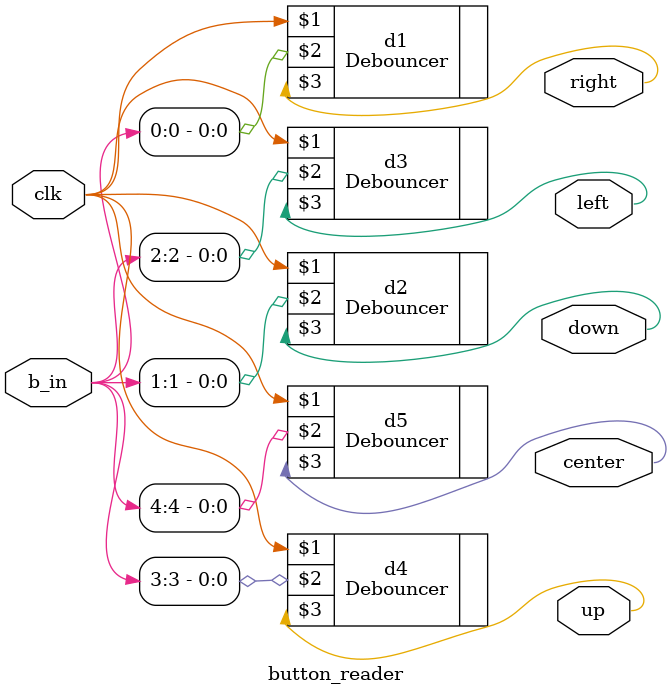
<source format=v>
`timescale 1ns / 1ps
module button_reader(
	input [4:0] b_in,
	input clk,	
	output  right, //[Right , Down ,Left , Up , Center ]
	output down,
	output left,
	output up,
	output center
    );

	Debouncer d1(clk,b_in[0],right);
	Debouncer d2(clk,b_in[1],down);
	Debouncer d3(clk,b_in[2],left);
	Debouncer d4(clk,b_in[3],up);
	Debouncer d5(clk,b_in[4],center);



endmodule

</source>
